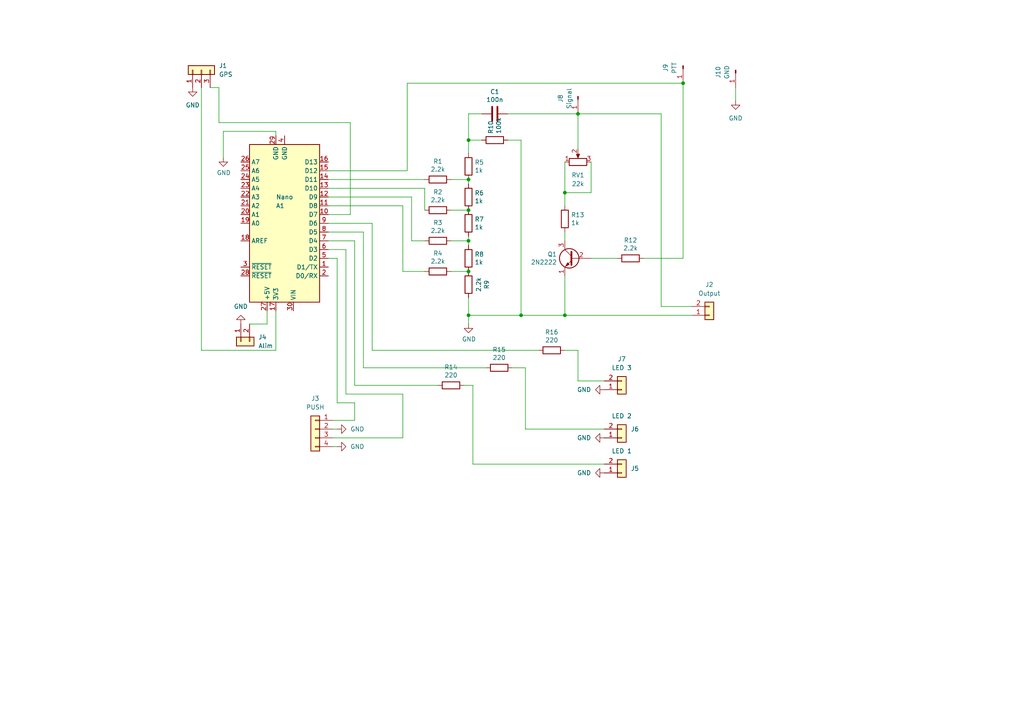
<source format=kicad_sch>
(kicad_sch (version 20211123) (generator eeschema)
  (paper "A4")
  (lib_symbols
    (symbol "Connector:Conn_01x01_Male" (pin_names (offset 1.016) hide)
      (property "Reference" "J" (at 0 2.54 0))
      (property "Value" "Conn_01x01_Male" (at 0 -2.54 0))
      (symbol "Conn_01x01_Male_1_1"
        (polyline (pts (xy 1.27 0) (xy 0.8636 0)) (stroke (width 0.1524)))
        (rectangle (start 0.8636 0.127) (end 0 -0.127) (stroke (width 0.1524)) (fill (type outline)))
        (pin passive line (at 5.08 0 180) (length 3.81) (name "Pin_1") (number "1"))
      )
    )
    (symbol "Connector_Generic:Conn_01x02" (pin_names (offset 1.016) hide)
      (property "Reference" "J" (at 0 2.54 0))
      (property "Value" "Conn_01x02" (at 0 -5.08 0))
      (symbol "Conn_01x02_1_1"
        (rectangle (start -1.27 -2.413) (end 0 -2.667) (stroke (width 0.1524)))
        (rectangle (start -1.27 0.127) (end 0 -0.127) (stroke (width 0.1524)))
        (rectangle (start -1.27 1.27) (end 1.27 -3.81) (stroke (width 0.254)) (fill (type background)))
        (pin passive line (at -5.08 0 0) (length 3.81) (name "Pin_1") (number "1"))
        (pin passive line (at -5.08 -2.54 0) (length 3.81) (name "Pin_2") (number "2"))
      )
    )
    (symbol "Connector_Generic:Conn_01x03" (pin_names (offset 1.016) hide)
      (property "Reference" "J" (at 0 5.08 0))
      (property "Value" "Conn_01x03" (at 0 -5.08 0))
      (symbol "Conn_01x03_1_1"
        (rectangle (start -1.27 -2.413) (end 0 -2.667) (stroke (width 0.1524)))
        (rectangle (start -1.27 0.127) (end 0 -0.127) (stroke (width 0.1524)))
        (rectangle (start -1.27 2.667) (end 0 2.413) (stroke (width 0.1524)))
        (rectangle (start -1.27 3.81) (end 1.27 -3.81) (stroke (width 0.254)) (fill (type background)))
        (pin passive line (at -5.08 2.54 0) (length 3.81) (name "Pin_1") (number "1"))
        (pin passive line (at -5.08 0 0) (length 3.81) (name "Pin_2") (number "2"))
        (pin passive line (at -5.08 -2.54 0) (length 3.81) (name "Pin_3") (number "3"))
      )
    )
    (symbol "Connector_Generic:Conn_01x04" (pin_names (offset 1.016) hide)
      (property "Reference" "J" (at 0 5.08 0))
      (property "Value" "Conn_01x04" (at 0 -7.62 0))
      (symbol "Conn_01x04_1_1"
        (rectangle (start -1.27 -4.953) (end 0 -5.207) (stroke (width 0.1524)))
        (rectangle (start -1.27 -2.413) (end 0 -2.667) (stroke (width 0.1524)))
        (rectangle (start -1.27 0.127) (end 0 -0.127) (stroke (width 0.1524)))
        (rectangle (start -1.27 2.667) (end 0 2.413) (stroke (width 0.1524)))
        (rectangle (start -1.27 3.81) (end 1.27 -6.35) (stroke (width 0.254)) (fill (type background)))
        (pin passive line (at -5.08 2.54 0) (length 3.81) (name "Pin_1") (number "1"))
        (pin passive line (at -5.08 0 0) (length 3.81) (name "Pin_2") (number "2"))
        (pin passive line (at -5.08 -2.54 0) (length 3.81) (name "Pin_3") (number "3"))
        (pin passive line (at -5.08 -5.08 0) (length 3.81) (name "Pin_4") (number "4"))
      )
    )
    (symbol "Device:C" (pin_numbers hide) (pin_names (offset 0.254))
      (property "Reference" "C" (at 0.635 2.54 0))
      (property "Value" "C" (at 0.635 -2.54 0))
      (symbol "C_0_1"
        (polyline (pts (xy -2.032 -0.762) (xy 2.032 -0.762)) (stroke (width 0.508)))
        (polyline (pts (xy -2.032 0.762) (xy 2.032 0.762)) (stroke (width 0.508)))
      )
      (symbol "C_1_1"
        (pin passive line (at 0 3.81 270) (length 2.794) (name "~") (number "1"))
        (pin passive line (at 0 -3.81 90) (length 2.794) (name "~") (number "2"))
      )
    )
    (symbol "Device:R" (pin_numbers hide) (pin_names (offset 0))
      (property "Reference" "R" (at 2.032 0 90))
      (property "Value" "R" (at 0 0 90))
      (symbol "R_0_1"
        (rectangle (start -1.016 -2.54) (end 1.016 2.54) (stroke (width 0.254)))
      )
      (symbol "R_1_1"
        (pin passive line (at 0 3.81 270) (length 1.27) (name "~") (number "1"))
        (pin passive line (at 0 -3.81 90) (length 1.27) (name "~") (number "2"))
      )
    )
    (symbol "Device:R_Potentiometer" (pin_names (offset 1.016) hide)
      (property "Reference" "RV" (at -4.445 0 90))
      (property "Value" "R_Potentiometer" (at -2.54 0 90))
      (symbol "R_Potentiometer_0_1"
        (polyline (pts (xy 2.54 0) (xy 1.524 0)))
        (polyline (pts (xy 1.143 0) (xy 2.286 0.508) (xy 2.286 -0.508) (xy 1.143 0)) (fill (type outline)))
        (rectangle (start 1.016 2.54) (end -1.016 -2.54) (stroke (width 0.254)))
      )
      (symbol "R_Potentiometer_1_1"
        (pin passive line (at 0 3.81 270) (length 1.27) (name "1") (number "1"))
        (pin passive line (at 3.81 0 180) (length 1.27) (name "2") (number "2"))
        (pin passive line (at 0 -3.81 90) (length 1.27) (name "3") (number "3"))
      )
    )
    (symbol "MCU_Module:Arduino_Nano_v2.x"
      (property "Reference" "A" (at -10.16 23.495 0))
      (property "Value" "Arduino_Nano_v2.x" (at 5.08 -24.13 0))
      (symbol "Arduino_Nano_v2.x_0_1"
        (rectangle (start -10.16 22.86) (end 10.16 -22.86) (stroke (width 0.254)) (fill (type background)))
      )
      (symbol "Arduino_Nano_v2.x_1_1"
        (pin bidirectional line (at -12.7 12.7 0) (length 2.54) (name "D1/TX") (number "1"))
        (pin bidirectional line (at -12.7 -2.54 0) (length 2.54) (name "D7") (number "10"))
        (pin bidirectional line (at -12.7 -5.08 0) (length 2.54) (name "D8") (number "11"))
        (pin bidirectional line (at -12.7 -7.62 0) (length 2.54) (name "D9") (number "12"))
        (pin bidirectional line (at -12.7 -10.16 0) (length 2.54) (name "D10") (number "13"))
        (pin bidirectional line (at -12.7 -12.7 0) (length 2.54) (name "D11") (number "14"))
        (pin bidirectional line (at -12.7 -15.24 0) (length 2.54) (name "D12") (number "15"))
        (pin bidirectional line (at -12.7 -17.78 0) (length 2.54) (name "D13") (number "16"))
        (pin power_out line (at 2.54 25.4 270) (length 2.54) (name "3V3") (number "17"))
        (pin input line (at 12.7 5.08 180) (length 2.54) (name "AREF") (number "18"))
        (pin bidirectional line (at 12.7 0 180) (length 2.54) (name "A0") (number "19"))
        (pin bidirectional line (at -12.7 15.24 0) (length 2.54) (name "D0/RX") (number "2"))
        (pin bidirectional line (at 12.7 -2.54 180) (length 2.54) (name "A1") (number "20"))
        (pin bidirectional line (at 12.7 -5.08 180) (length 2.54) (name "A2") (number "21"))
        (pin bidirectional line (at 12.7 -7.62 180) (length 2.54) (name "A3") (number "22"))
        (pin bidirectional line (at 12.7 -10.16 180) (length 2.54) (name "A4") (number "23"))
        (pin bidirectional line (at 12.7 -12.7 180) (length 2.54) (name "A5") (number "24"))
        (pin bidirectional line (at 12.7 -15.24 180) (length 2.54) (name "A6") (number "25"))
        (pin bidirectional line (at 12.7 -17.78 180) (length 2.54) (name "A7") (number "26"))
        (pin power_out line (at 5.08 25.4 270) (length 2.54) (name "+5V") (number "27"))
        (pin input line (at 12.7 15.24 180) (length 2.54) (name "~{RESET}") (number "28"))
        (pin power_in line (at 2.54 -25.4 90) (length 2.54) (name "GND") (number "29"))
        (pin input line (at 12.7 12.7 180) (length 2.54) (name "~{RESET}") (number "3"))
        (pin power_in line (at -2.54 25.4 270) (length 2.54) (name "VIN") (number "30"))
        (pin power_in line (at 0 -25.4 90) (length 2.54) (name "GND") (number "4"))
        (pin bidirectional line (at -12.7 10.16 0) (length 2.54) (name "D2") (number "5"))
        (pin bidirectional line (at -12.7 7.62 0) (length 2.54) (name "D3") (number "6"))
        (pin bidirectional line (at -12.7 5.08 0) (length 2.54) (name "D4") (number "7"))
        (pin bidirectional line (at -12.7 2.54 0) (length 2.54) (name "D5") (number "8"))
        (pin bidirectional line (at -12.7 0 0) (length 2.54) (name "D6") (number "9"))
      )
    )
    (symbol "Transistor_BJT:2N2219" (pin_names (offset 0) hide)
      (property "Reference" "Q" (at 5.08 1.905 0))
      (property "Value" "2N2219" (at 5.08 0 0))
      (symbol "2N2219_0_1"
        (polyline (pts (xy 0.635 0.635) (xy 2.54 2.54)))
        (polyline (pts (xy 0.635 -0.635) (xy 2.54 -2.54) (xy 2.54 -2.54)))
        (polyline (pts (xy 0.635 1.905) (xy 0.635 -1.905) (xy 0.635 -1.905)) (stroke (width 0.508)))
        (polyline (pts (xy 1.27 -1.778) (xy 1.778 -1.27) (xy 2.286 -2.286) (xy 1.27 -1.778) (xy 1.27 -1.778)) (fill (type outline)))
        (circle (center 1.27 0) (radius 2.8194) (stroke (width 0.254)))
      )
      (symbol "2N2219_1_1"
        (pin passive line (at 2.54 -5.08 90) (length 2.54) (name "E") (number "1"))
        (pin passive line (at -5.08 0 0) (length 5.715) (name "B") (number "2"))
        (pin passive line (at 2.54 5.08 270) (length 2.54) (name "C") (number "3"))
      )
    )
    (symbol "power:GND" (power) (pin_names (offset 0))
      (property "Value" "GND" (at 0 -3.81 0))
      (symbol "GND_0_1"
        (polyline (pts (xy 0 0) (xy 0 -1.27) (xy 1.27 -1.27) (xy 0 -2.54) (xy -1.27 -1.27) (xy 0 -1.27)))
      )
      (symbol "GND_1_1"
        (pin power_in line (at 0 0 270) (length 0) hide (name "GND") (number "1"))
      )
    )
  )
  (junction (at 135.89 40.64))
  (junction (at 167.64 33.02))
  (junction (at 163.83 91.44))
  (junction (at 151.13 91.44))
  (junction (at 163.83 55.88))
  (junction (at 135.89 91.44))
  (junction (at 135.89 60.96))
  (junction (at 135.89 78.74))
  (junction (at 135.89 52.07))
  (junction (at 135.89 69.85))
  (junction (at 198.12 24.13))
  (wire (pts (xy 163.83 55.88) (xy 171.45 55.88)))
  (wire (pts (xy 96.52 127) (xy 116.84 127)))
  (wire (pts (xy 101.6 62.23) (xy 101.6 35.56)))
  (wire (pts (xy 135.89 40.64) (xy 135.89 33.02)))
  (wire (pts (xy 102.87 116.84) (xy 97.79 116.84)))
  (wire (pts (xy 107.95 64.77) (xy 107.95 101.6)))
  (wire (pts (xy 167.64 33.02) (xy 191.77 33.02)))
  (wire (pts (xy 147.32 40.64) (xy 151.13 40.64)))
  (wire (pts (xy 127 111.76) (xy 102.87 111.76)))
  (wire (pts (xy 135.89 69.85) (xy 135.89 68.58)))
  (wire (pts (xy 97.79 74.93) (xy 95.25 74.93)))
  (wire (pts (xy 105.41 67.31) (xy 105.41 106.68)))
  (wire (pts (xy 135.89 33.02) (xy 139.7 33.02)))
  (wire (pts (xy 167.64 110.49) (xy 175.26 110.49)))
  (wire (pts (xy 119.38 57.15) (xy 119.38 69.85)))
  (wire (pts (xy 151.13 91.44) (xy 135.89 91.44)))
  (wire (pts (xy 163.83 67.31) (xy 163.83 69.85)))
  (wire (pts (xy 64.77 38.1) (xy 64.77 45.72)))
  (wire (pts (xy 123.19 52.07) (xy 95.25 52.07)))
  (wire (pts (xy 123.19 60.96) (xy 123.19 54.61)))
  (wire (pts (xy 63.5 35.56) (xy 101.6 35.56)))
  (wire (pts (xy 137.16 111.76) (xy 137.16 134.62)))
  (wire (pts (xy 163.83 59.69) (xy 163.83 55.88)))
  (wire (pts (xy 147.32 33.02) (xy 167.64 33.02)))
  (wire (pts (xy 163.83 91.44) (xy 200.66 91.44)))
  (wire (pts (xy 116.84 78.74) (xy 123.19 78.74)))
  (wire (pts (xy 96.52 124.46) (xy 97.79 124.46)))
  (wire (pts (xy 58.42 101.6) (xy 80.01 101.6)))
  (wire (pts (xy 102.87 69.85) (xy 95.25 69.85)))
  (wire (pts (xy 135.89 44.45) (xy 135.89 40.64)))
  (wire (pts (xy 135.89 71.12) (xy 135.89 69.85)))
  (wire (pts (xy 171.45 74.93) (xy 179.07 74.93)))
  (wire (pts (xy 58.42 25.4) (xy 58.42 101.6)))
  (wire (pts (xy 198.12 74.93) (xy 198.12 24.13)))
  (wire (pts (xy 167.64 43.18) (xy 167.64 33.02)))
  (wire (pts (xy 63.5 25.4) (xy 63.5 35.56)))
  (wire (pts (xy 95.25 59.69) (xy 116.84 59.69)))
  (wire (pts (xy 200.66 88.9) (xy 191.77 88.9)))
  (wire (pts (xy 107.95 101.6) (xy 156.21 101.6)))
  (wire (pts (xy 95.25 64.77) (xy 107.95 64.77)))
  (wire (pts (xy 135.89 62.23) (xy 135.89 60.96)))
  (wire (pts (xy 102.87 116.84) (xy 102.87 121.92)))
  (wire (pts (xy 105.41 106.68) (xy 140.97 106.68)))
  (wire (pts (xy 116.84 59.69) (xy 116.84 78.74)))
  (wire (pts (xy 171.45 55.88) (xy 171.45 46.99)))
  (wire (pts (xy 72.39 93.98) (xy 77.47 93.98)))
  (wire (pts (xy 135.89 52.07) (xy 135.89 53.34)))
  (wire (pts (xy 135.89 91.44) (xy 135.89 93.98)))
  (wire (pts (xy 80.01 38.1) (xy 80.01 39.37)))
  (wire (pts (xy 135.89 86.36) (xy 135.89 91.44)))
  (wire (pts (xy 163.83 101.6) (xy 167.64 101.6)))
  (wire (pts (xy 116.84 114.3) (xy 116.84 127)))
  (wire (pts (xy 151.13 40.64) (xy 151.13 91.44)))
  (wire (pts (xy 123.19 54.61) (xy 95.25 54.61)))
  (wire (pts (xy 135.89 40.64) (xy 139.7 40.64)))
  (wire (pts (xy 96.52 129.54) (xy 97.79 129.54)))
  (wire (pts (xy 102.87 69.85) (xy 102.87 111.76)))
  (wire (pts (xy 130.81 60.96) (xy 135.89 60.96)))
  (wire (pts (xy 77.47 93.98) (xy 77.47 90.17)))
  (wire (pts (xy 191.77 88.9) (xy 191.77 33.02)))
  (wire (pts (xy 96.52 121.92) (xy 102.87 121.92)))
  (wire (pts (xy 198.12 24.13) (xy 118.11 24.13)))
  (wire (pts (xy 213.36 25.4) (xy 213.36 29.21)))
  (wire (pts (xy 118.11 24.13) (xy 118.11 49.53)))
  (wire (pts (xy 130.81 69.85) (xy 135.89 69.85)))
  (wire (pts (xy 60.96 25.4) (xy 63.5 25.4)))
  (wire (pts (xy 186.69 74.93) (xy 198.12 74.93)))
  (wire (pts (xy 163.83 80.01) (xy 163.83 91.44)))
  (wire (pts (xy 95.25 67.31) (xy 105.41 67.31)))
  (wire (pts (xy 167.64 101.6) (xy 167.64 110.49)))
  (wire (pts (xy 80.01 38.1) (xy 64.77 38.1)))
  (wire (pts (xy 130.81 78.74) (xy 135.89 78.74)))
  (wire (pts (xy 80.01 90.17) (xy 80.01 101.6)))
  (wire (pts (xy 151.13 91.44) (xy 163.83 91.44)))
  (wire (pts (xy 118.11 49.53) (xy 95.25 49.53)))
  (wire (pts (xy 163.83 55.88) (xy 163.83 46.99)))
  (wire (pts (xy 130.81 52.07) (xy 135.89 52.07)))
  (wire (pts (xy 100.33 72.39) (xy 100.33 114.3)))
  (wire (pts (xy 95.25 57.15) (xy 119.38 57.15)))
  (wire (pts (xy 97.79 74.93) (xy 97.79 116.84)))
  (wire (pts (xy 148.59 106.68) (xy 152.4 106.68)))
  (wire (pts (xy 119.38 69.85) (xy 123.19 69.85)))
  (wire (pts (xy 137.16 134.62) (xy 175.26 134.62)))
  (wire (pts (xy 152.4 106.68) (xy 152.4 124.46)))
  (wire (pts (xy 95.25 72.39) (xy 100.33 72.39)))
  (wire (pts (xy 152.4 124.46) (xy 175.26 124.46)))
  (wire (pts (xy 137.16 111.76) (xy 134.62 111.76)))
  (wire (pts (xy 100.33 114.3) (xy 116.84 114.3)))
  (wire (pts (xy 95.25 62.23) (xy 101.6 62.23)))
  (symbol (lib_id "MCU_Module:Arduino_Nano_v2.x") (at 82.55 64.77 180) (unit 1)
    (property "Reference" "A1" (at 81.28 59.69 0))
    (property "Value" "Nano" (at 82.55 57.15 0))
    (property "Footprint" "Module:Arduino_Nano" (effects hide))
    (property "Datasheet" "https://www.arduino.cc/en/uploads/Main/ArduinoNanoManual23.pdf" (effects hide))
  )
  (symbol (lib_id "Device:R") (at 127 52.07 270) (unit 1)
    (property "Reference" "R1" (at 127 46.8122 90))
    (property "Value" "2.2k" (at 127 49.1236 90))
    (property "Footprint" "Resistor_THT:R_Axial_DIN0207_L6.3mm_D2.5mm_P10.16mm_Horizontal" (effects hide))
  )
  (symbol (lib_id "Device:R") (at 127 60.96 270) (unit 1)
    (property "Reference" "R2" (at 127 55.7022 90))
    (property "Value" "2.2k" (at 127 58.0136 90))
    (property "Footprint" "Resistor_THT:R_Axial_DIN0207_L6.3mm_D2.5mm_P10.16mm_Horizontal" (effects hide))
  )
  (symbol (lib_id "Device:R") (at 127 69.85 270) (unit 1)
    (property "Reference" "R3" (at 127 64.5922 90))
    (property "Value" "2.2k" (at 127 66.9036 90))
    (property "Footprint" "Resistor_THT:R_Axial_DIN0207_L6.3mm_D2.5mm_P10.16mm_Horizontal" (effects hide))
  )
  (symbol (lib_id "Device:R") (at 127 78.74 270) (unit 1)
    (property "Reference" "R4" (at 127 73.4822 90))
    (property "Value" "2.2k" (at 127 75.7936 90))
    (property "Footprint" "Resistor_THT:R_Axial_DIN0207_L6.3mm_D2.5mm_P10.16mm_Horizontal" (effects hide))
  )
  (symbol (lib_id "Device:R") (at 135.89 57.15 0) (unit 1)
    (property "Reference" "R6" (at 137.668 55.9816 0) (effects (justify left)))
    (property "Value" "1k" (at 137.668 58.293 0) (effects (justify left)))
    (property "Footprint" "Resistor_THT:R_Axial_DIN0207_L6.3mm_D2.5mm_P10.16mm_Horizontal" (effects hide))
  )
  (symbol (lib_id "Device:R") (at 135.89 64.77 0) (unit 1)
    (property "Reference" "R7" (at 137.668 63.6016 0) (effects (justify left)))
    (property "Value" "1k" (at 137.668 65.913 0) (effects (justify left)))
    (property "Footprint" "Resistor_THT:R_Axial_DIN0207_L6.3mm_D2.5mm_P10.16mm_Horizontal" (effects hide))
  )
  (symbol (lib_id "Device:R") (at 135.89 74.93 0) (unit 1)
    (property "Reference" "R8" (at 137.668 73.7616 0) (effects (justify left)))
    (property "Value" "1k" (at 137.668 76.073 0) (effects (justify left)))
    (property "Footprint" "Resistor_THT:R_Axial_DIN0207_L6.3mm_D2.5mm_P10.16mm_Horizontal" (effects hide))
  )
  (symbol (lib_id "Device:R") (at 135.89 48.26 0) (unit 1)
    (property "Reference" "R5" (at 137.668 47.0916 0) (effects (justify left)))
    (property "Value" "1k" (at 137.668 49.403 0) (effects (justify left)))
    (property "Footprint" "Resistor_THT:R_Axial_DIN0207_L6.3mm_D2.5mm_P10.16mm_Horizontal" (effects hide))
  )
  (symbol (lib_id "Device:R") (at 135.89 82.55 180) (unit 1)
    (property "Reference" "R9" (at 141.1478 82.55 90))
    (property "Value" "2.2k" (at 138.8364 82.55 90))
    (property "Footprint" "Resistor_THT:R_Axial_DIN0207_L6.3mm_D2.5mm_P10.16mm_Horizontal" (effects hide))
  )
  (symbol (lib_id "Device:R") (at 143.51 40.64 90) (unit 1)
    (property "Reference" "R10" (at 142.3416 38.862 0) (effects (justify left)))
    (property "Value" "100k" (at 144.653 38.862 0) (effects (justify left)))
    (property "Footprint" "Resistor_THT:R_Axial_DIN0207_L6.3mm_D2.5mm_P10.16mm_Horizontal" (effects hide))
  )
  (symbol (lib_id "Device:C") (at 143.51 33.02 270) (unit 1)
    (property "Reference" "C1" (at 143.51 26.6192 90))
    (property "Value" "100n" (at 143.51 28.9306 90))
    (property "Footprint" "Capacitor_THT:C_Disc_D5.0mm_W2.5mm_P5.00mm" (effects hide))
  )
  (symbol (lib_id "Transistor_BJT:2N2219") (at 166.37 74.93 0) (mirror y) (unit 1)
    (property "Reference" "Q1" (at 161.544 73.7616 0) (effects (justify left)))
    (property "Value" "2N2222" (at 161.544 76.073 0) (effects (justify left)))
    (property "Footprint" "Package_TO_SOT_THT:TO-92" (effects hide))
    (property "Datasheet" "http://www.onsemi.com/pub_link/Collateral/2N2219-D.PDF" (effects hide))
  )
  (symbol (lib_id "Device:R") (at 182.88 74.93 270) (unit 1)
    (property "Reference" "R12" (at 182.88 69.6722 90))
    (property "Value" "2.2k" (at 182.88 71.9836 90))
    (property "Footprint" "Resistor_THT:R_Axial_DIN0207_L6.3mm_D2.5mm_P10.16mm_Horizontal" (effects hide))
  )
  (symbol (lib_id "Device:R") (at 163.83 63.5 0) (unit 1)
    (property "Reference" "R13" (at 165.608 62.3316 0) (effects (justify left)))
    (property "Value" "1k" (at 165.608 64.643 0) (effects (justify left)))
    (property "Footprint" "Resistor_THT:R_Axial_DIN0207_L6.3mm_D2.5mm_P10.16mm_Horizontal" (effects hide))
  )
  (symbol (lib_id "Device:R") (at 130.81 111.76 270) (unit 1)
    (property "Reference" "R14" (at 130.81 106.5022 90))
    (property "Value" "220" (at 130.81 108.8136 90))
    (property "Footprint" "Resistor_THT:R_Axial_DIN0207_L6.3mm_D2.5mm_P10.16mm_Horizontal" (effects hide))
  )
  (symbol (lib_id "Device:R") (at 144.78 106.68 270) (unit 1)
    (property "Reference" "R15" (at 144.78 101.4222 90))
    (property "Value" "220" (at 144.78 103.7336 90))
    (property "Footprint" "Resistor_THT:R_Axial_DIN0207_L6.3mm_D2.5mm_P10.16mm_Horizontal" (effects hide))
  )
  (symbol (lib_id "Device:R") (at 160.02 101.6 270) (unit 1)
    (property "Reference" "R16" (at 160.02 96.3422 90))
    (property "Value" "220" (at 160.02 98.6536 90))
    (property "Footprint" "Resistor_THT:R_Axial_DIN0207_L6.3mm_D2.5mm_P10.16mm_Horizontal" (effects hide))
  )
  (symbol (lib_id "power:GND") (at 135.89 93.98 0) (unit 1)
    (property "Reference" "#PWR0102" (effects hide))
    (property "Value" "GND" (at 136.017 98.3742 0))
  )
  (symbol (lib_id "power:GND") (at 64.77 45.72 0) (unit 1)
    (property "Reference" "#PWR0101" (effects hide))
    (property "Value" "GND" (at 64.897 50.1142 0))
  )
  (symbol (lib_id "power:GND") (at 175.26 137.16 270) (unit 1)
    (property "Reference" "#PWR0105" (effects hide))
    (property "Value" "GND" (at 171.45 137.1599 90) (effects (justify right)))
  )
  (symbol (lib_id "power:GND") (at 175.26 113.03 270) (unit 1)
    (property "Reference" "#PWR0104" (effects hide))
    (property "Value" "GND" (at 171.45 113.0299 90) (effects (justify right)))
  )
  (symbol (lib_id "Connector_Generic:Conn_01x02") (at 69.85 99.06 90) (mirror x) (unit 1)
    (property "Reference" "J4" (at 74.93 97.7899 90) (effects (justify right)))
    (property "Value" "Alim" (at 74.93 100.3299 90) (effects (justify right)))
    (property "Footprint" "TerminalBlock_Phoenix:TerminalBlock_Phoenix_MKDS-1,5-2_1x02_P5.00mm_Horizontal" (effects hide))
  )
  (symbol (lib_id "Connector_Generic:Conn_01x02") (at 180.34 113.03 0) (mirror x) (unit 1)
    (property "Reference" "J7" (at 180.34 104.14 0))
    (property "Value" "LED 3" (at 180.34 106.68 0))
    (property "Footprint" "TerminalBlock_Phoenix:TerminalBlock_Phoenix_MKDS-1,5-2_1x02_P5.00mm_Horizontal" (effects hide))
  )
  (symbol (lib_id "power:GND") (at 213.36 29.21 0) (unit 1)
    (property "Reference" "#PWR0110" (effects hide))
    (property "Value" "GND" (at 213.36 34.29 0))
  )
  (symbol (lib_id "Connector_Generic:Conn_01x02") (at 180.34 127 0) (mirror x) (unit 1)
    (property "Reference" "J6" (at 184.15 124.46 0))
    (property "Value" "LED 2" (at 180.34 120.65 0))
    (property "Footprint" "TerminalBlock_Phoenix:TerminalBlock_Phoenix_MKDS-1,5-2_1x02_P5.00mm_Horizontal" (effects hide))
  )
  (symbol (lib_id "Connector_Generic:Conn_01x02") (at 205.74 91.44 0) (mirror x) (unit 1)
    (property "Reference" "J2" (at 205.74 82.55 0))
    (property "Value" "Output" (at 205.74 85.09 0))
    (property "Footprint" "TerminalBlock_Phoenix:TerminalBlock_Phoenix_MKDS-1,5-2_1x02_P5.00mm_Horizontal" (effects hide))
  )
  (symbol (lib_id "Connector_Generic:Conn_01x02") (at 180.34 137.16 0) (mirror x) (unit 1)
    (property "Reference" "J5" (at 184.15 135.89 0))
    (property "Value" "LED 1" (at 180.34 130.81 0))
    (property "Footprint" "TerminalBlock_Phoenix:TerminalBlock_Phoenix_MKDS-1,5-2_1x02_P5.00mm_Horizontal" (effects hide))
  )
  (symbol (lib_id "Connector_Generic:Conn_01x03") (at 58.42 20.32 90) (unit 1)
    (property "Reference" "J1" (at 63.5 19.0499 90) (effects (justify right)))
    (property "Value" "GPS" (at 63.5 21.5899 90) (effects (justify right)))
    (property "Footprint" "TerminalBlock_Phoenix:TerminalBlock_Phoenix_MKDS-1,5-3_1x03_P5.00mm_Horizontal" (effects hide))
  )
  (symbol (lib_id "Device:R_Potentiometer") (at 167.64 46.99 90) (unit 1)
    (property "Reference" "RV1" (at 167.64 50.8 90))
    (property "Value" "22k" (at 167.64 53.34 90))
    (property "Footprint" "Potentiometer_THT:Potentiometer_22k" (effects hide))
  )
  (symbol (lib_id "Connector:Conn_01x01_Male") (at 213.36 20.32 270) (unit 1)
    (property "Reference" "J10" (at 208.28 20.955 0))
    (property "Value" "GND" (at 210.82 20.955 0))
    (property "Footprint" "Connector_PinHeader_2.54mm:PinHeader_1x01_P2.54mm_Vertical" (effects hide))
  )
  (symbol (lib_id "Connector_Generic:Conn_01x04") (at 91.44 124.46 0) (mirror y) (unit 1)
    (property "Reference" "J3" (at 91.44 115.57 0))
    (property "Value" "PUSH" (at 91.44 118.11 0))
    (property "Footprint" "TerminalBlock_Phoenix:TerminalBlock_Phoenix_MKDS-1,5-4_1x04_P5.00mm_Horizontal" (effects hide))
  )
  (symbol (lib_id "power:GND") (at 69.85 93.98 180) (unit 1)
    (property "Reference" "#PWR0109" (effects hide))
    (property "Value" "GND" (at 69.85 88.9 0))
  )
  (symbol (lib_id "power:GND") (at 97.79 124.46 90) (unit 1)
    (property "Reference" "#PWR0106" (effects hide))
    (property "Value" "GND" (at 101.6 124.4599 90) (effects (justify right)))
  )
  (symbol (lib_id "Connector:Conn_01x01_Male") (at 167.64 27.94 270) (unit 1)
    (property "Reference" "J8" (at 162.56 28.575 0))
    (property "Value" "Signal" (at 165.1 28.575 0))
    (property "Footprint" "Connector_PinHeader_2.54mm:PinHeader_1x01_P2.54mm_Vertical" (effects hide))
  )
  (symbol (lib_id "power:GND") (at 97.79 129.54 90) (unit 1)
    (property "Reference" "#PWR0107" (effects hide))
    (property "Value" "GND" (at 101.6 129.5399 90) (effects (justify right)))
  )
  (symbol (lib_id "power:GND") (at 55.88 25.4 0) (unit 1)
    (property "Reference" "#PWR0108" (effects hide))
    (property "Value" "GND" (at 55.88 30.48 0))
  )
  (symbol (lib_id "power:GND") (at 175.26 127 270) (unit 1)
    (property "Reference" "#PWR0103" (effects hide))
    (property "Value" "GND" (at 171.45 126.9999 90) (effects (justify right)))
  )
  (symbol (lib_id "Connector:Conn_01x01_Male") (at 198.12 19.05 270) (unit 1)
    (property "Reference" "J9" (at 193.04 19.685 0))
    (property "Value" "PTT" (at 195.58 19.685 0))
    (property "Footprint" "Connector_PinHeader_2.54mm:PinHeader_1x01_P2.54mm_Vertical" (effects hide))
  )
)
</source>
